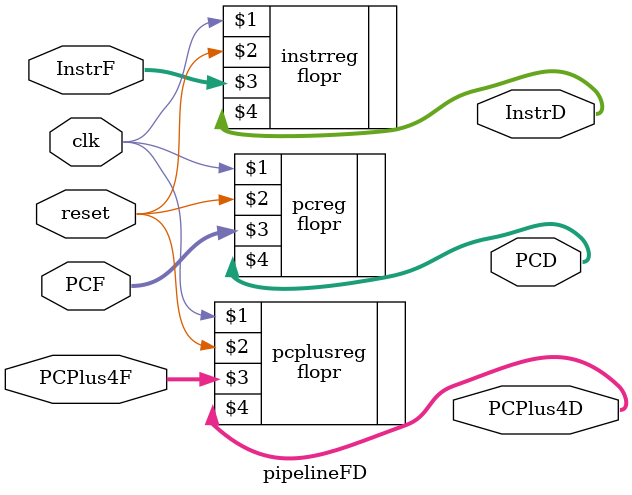
<source format=v>
module pipelineFD(
	input clk,
	input reset,

	// inputs
	input wire [31:0] InstrF,
	input wire [31:0] PCF,
	input wire [31:0] PCPlus4F,

	// outputs
	output wire [31:0] InstrD,
	output wire [31:0] PCD,
	output wire [31:0] PCPlus4D
);

flopr #(32) instrreg(
	clk,
	reset,
	InstrF,
	InstrD
);

flopr #(32) pcreg(
	clk,
	reset,
	PCF,
	PCD
);

flopr #(32) pcplusreg(
	clk,
	reset,
	PCPlus4F,
	PCPlus4D
);

endmodule
</source>
